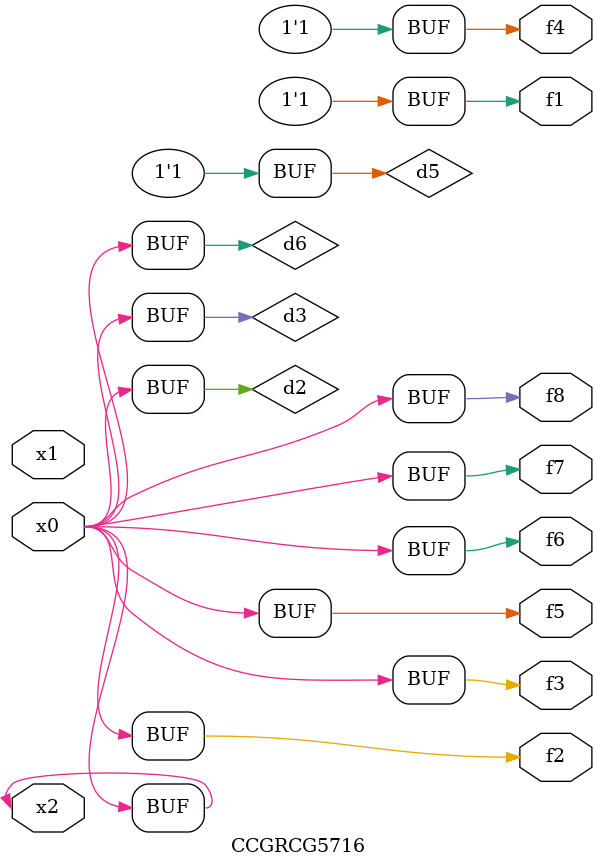
<source format=v>
module CCGRCG5716(
	input x0, x1, x2,
	output f1, f2, f3, f4, f5, f6, f7, f8
);

	wire d1, d2, d3, d4, d5, d6;

	xnor (d1, x2);
	buf (d2, x0, x2);
	and (d3, x0);
	xnor (d4, x1, x2);
	nand (d5, d1, d3);
	buf (d6, d2, d3);
	assign f1 = d5;
	assign f2 = d6;
	assign f3 = d6;
	assign f4 = d5;
	assign f5 = d6;
	assign f6 = d6;
	assign f7 = d6;
	assign f8 = d6;
endmodule

</source>
